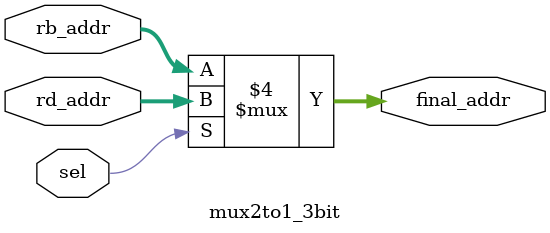
<source format=v>
module mux2to1_3bit (
    input [2:0] rd_addr,
    input [2:0] rb_addr,
    input sel,
    output [2:0] final_addr
    ); 
    reg [2:0] final_addr;

    always @(rd_addr,rb_addr,final_addr)
    begin
        if(sel == 0) 
            final_addr = rb_addr; 
        else
            final_addr = rd_addr;
    end
    
endmodule
</source>
